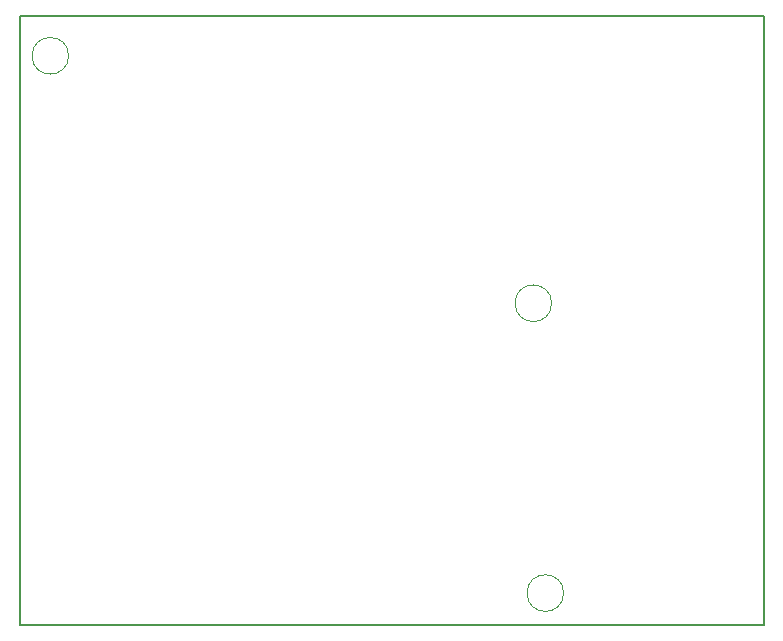
<source format=gm1>
G04 #@! TF.GenerationSoftware,KiCad,Pcbnew,7.0.10*
G04 #@! TF.CreationDate,2024-08-15T01:47:54-04:00*
G04 #@! TF.ProjectId,Mainboard PCB,4d61696e-626f-4617-9264-205043422e6b,rev?*
G04 #@! TF.SameCoordinates,Original*
G04 #@! TF.FileFunction,Profile,NP*
%FSLAX46Y46*%
G04 Gerber Fmt 4.6, Leading zero omitted, Abs format (unit mm)*
G04 Created by KiCad (PCBNEW 7.0.10) date 2024-08-15 01:47:54*
%MOMM*%
%LPD*%
G01*
G04 APERTURE LIST*
G04 #@! TA.AperFunction,Profile*
%ADD10C,0.150000*%
G04 #@! TD*
G04 #@! TA.AperFunction,Profile*
%ADD11C,0.100000*%
G04 #@! TD*
G04 APERTURE END LIST*
D10*
X12000000Y-12000000D02*
X75000000Y-12000000D01*
X75000000Y-63523000D01*
X12000000Y-63523000D01*
X12000000Y-12000000D01*
D11*
X57049233Y-36295768D02*
G75*
G03*
X53948767Y-36295768I-1550233J0D01*
G01*
X53948767Y-36295768D02*
G75*
G03*
X57049233Y-36295768I1550233J0D01*
G01*
X58065233Y-60833000D02*
G75*
G03*
X54964767Y-60833000I-1550233J0D01*
G01*
X54964767Y-60833000D02*
G75*
G03*
X58065233Y-60833000I1550233J0D01*
G01*
X16155233Y-15340768D02*
G75*
G03*
X13054767Y-15340768I-1550233J0D01*
G01*
X13054767Y-15340768D02*
G75*
G03*
X16155233Y-15340768I1550233J0D01*
G01*
M02*

</source>
